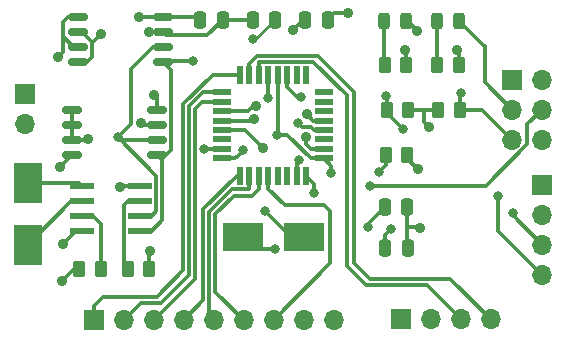
<source format=gtl>
%TF.GenerationSoftware,KiCad,Pcbnew,9.0.0*%
%TF.CreationDate,2025-06-05T18:29:18+05:30*%
%TF.ProjectId,MCU datalogger,4d435520-6461-4746-916c-6f676765722e,1*%
%TF.SameCoordinates,Original*%
%TF.FileFunction,Copper,L1,Top*%
%TF.FilePolarity,Positive*%
%FSLAX46Y46*%
G04 Gerber Fmt 4.6, Leading zero omitted, Abs format (unit mm)*
G04 Created by KiCad (PCBNEW 9.0.0) date 2025-06-05 18:29:18*
%MOMM*%
%LPD*%
G01*
G04 APERTURE LIST*
G04 Aperture macros list*
%AMRoundRect*
0 Rectangle with rounded corners*
0 $1 Rounding radius*
0 $2 $3 $4 $5 $6 $7 $8 $9 X,Y pos of 4 corners*
0 Add a 4 corners polygon primitive as box body*
4,1,4,$2,$3,$4,$5,$6,$7,$8,$9,$2,$3,0*
0 Add four circle primitives for the rounded corners*
1,1,$1+$1,$2,$3*
1,1,$1+$1,$4,$5*
1,1,$1+$1,$6,$7*
1,1,$1+$1,$8,$9*
0 Add four rect primitives between the rounded corners*
20,1,$1+$1,$2,$3,$4,$5,0*
20,1,$1+$1,$4,$5,$6,$7,0*
20,1,$1+$1,$6,$7,$8,$9,0*
20,1,$1+$1,$8,$9,$2,$3,0*%
G04 Aperture macros list end*
%TA.AperFunction,ComponentPad*%
%ADD10R,1.700000X1.700000*%
%TD*%
%TA.AperFunction,ComponentPad*%
%ADD11O,1.700000X1.700000*%
%TD*%
%TA.AperFunction,SMDPad,CuDef*%
%ADD12RoundRect,0.250000X0.262500X0.450000X-0.262500X0.450000X-0.262500X-0.450000X0.262500X-0.450000X0*%
%TD*%
%TA.AperFunction,SMDPad,CuDef*%
%ADD13RoundRect,0.243750X-0.243750X-0.456250X0.243750X-0.456250X0.243750X0.456250X-0.243750X0.456250X0*%
%TD*%
%TA.AperFunction,SMDPad,CuDef*%
%ADD14RoundRect,0.250000X-0.250000X-0.475000X0.250000X-0.475000X0.250000X0.475000X-0.250000X0.475000X0*%
%TD*%
%TA.AperFunction,SMDPad,CuDef*%
%ADD15R,3.500000X2.400000*%
%TD*%
%TA.AperFunction,SMDPad,CuDef*%
%ADD16RoundRect,0.162500X-0.650000X-0.162500X0.650000X-0.162500X0.650000X0.162500X-0.650000X0.162500X0*%
%TD*%
%TA.AperFunction,SMDPad,CuDef*%
%ADD17RoundRect,0.250000X-0.262500X-0.450000X0.262500X-0.450000X0.262500X0.450000X-0.262500X0.450000X0*%
%TD*%
%TA.AperFunction,SMDPad,CuDef*%
%ADD18R,2.400000X3.500000*%
%TD*%
%TA.AperFunction,SMDPad,CuDef*%
%ADD19RoundRect,0.250000X0.250000X0.475000X-0.250000X0.475000X-0.250000X-0.475000X0.250000X-0.475000X0*%
%TD*%
%TA.AperFunction,SMDPad,CuDef*%
%ADD20R,1.500000X0.550000*%
%TD*%
%TA.AperFunction,SMDPad,CuDef*%
%ADD21R,0.550000X1.500000*%
%TD*%
%TA.AperFunction,SMDPad,CuDef*%
%ADD22RoundRect,0.073750X-0.911250X-0.221250X0.911250X-0.221250X0.911250X0.221250X-0.911250X0.221250X0*%
%TD*%
%TA.AperFunction,ViaPad*%
%ADD23C,0.800000*%
%TD*%
%TA.AperFunction,ViaPad*%
%ADD24C,0.900000*%
%TD*%
%TA.AperFunction,Conductor*%
%ADD25C,0.300000*%
%TD*%
%TA.AperFunction,Conductor*%
%ADD26C,0.350000*%
%TD*%
%TA.AperFunction,Conductor*%
%ADD27C,0.250000*%
%TD*%
G04 APERTURE END LIST*
D10*
%TO.P,BT1,1,+*%
%TO.N,/Vcc*%
X65786000Y-94564200D03*
D11*
%TO.P,BT1,2,-*%
%TO.N,GND*%
X65786000Y-97104200D03*
%TD*%
D12*
%TO.P,R4,1*%
%TO.N,/Vcc*%
X98251000Y-95885000D03*
%TO.P,R4,2*%
%TO.N,/SDA*%
X96426000Y-95885000D03*
%TD*%
%TO.P,R3,1*%
%TO.N,/Vcc*%
X98171000Y-99695000D03*
%TO.P,R3,2*%
%TO.N,/SCK*%
X96346000Y-99695000D03*
%TD*%
D10*
%TO.P,J1,1,Pin_1*%
%TO.N,GND*%
X109601000Y-102235000D03*
D11*
%TO.P,J1,2,Pin_2*%
%TO.N,/Vcc*%
X109601000Y-104775000D03*
%TO.P,J1,3,Pin_3*%
%TO.N,/SDA*%
X109601000Y-107315000D03*
%TO.P,J1,4,Pin_4*%
%TO.N,/SCK*%
X109601000Y-109855000D03*
%TD*%
D10*
%TO.P,J4,1,Pin_1*%
%TO.N,/MISO*%
X107061000Y-93345000D03*
D11*
%TO.P,J4,2,Pin_2*%
%TO.N,/Vcc*%
X109601000Y-93345000D03*
%TO.P,J4,3,Pin_3*%
%TO.N,/SCK*%
X107061000Y-95885000D03*
%TO.P,J4,4,Pin_4*%
%TO.N,/MOSI*%
X109601000Y-95885000D03*
%TO.P,J4,5,Pin_5*%
%TO.N,/RESET*%
X107061000Y-98425000D03*
%TO.P,J4,6,Pin_6*%
%TO.N,GND*%
X109601000Y-98425000D03*
%TD*%
D13*
%TO.P,D2,1,K*%
%TO.N,Net-(D2-K)*%
X96169000Y-88392000D03*
%TO.P,D2,2,A*%
%TO.N,/Vcc*%
X98044000Y-88392000D03*
%TD*%
D14*
%TO.P,C1,1*%
%TO.N,/Vcc*%
X80650000Y-88265000D03*
%TO.P,C1,2*%
%TO.N,GND*%
X82550000Y-88265000D03*
%TD*%
D15*
%TO.P,Y1,1,1*%
%TO.N,Net-(U4-PB7)*%
X89468000Y-106680000D03*
%TO.P,Y1,2,2*%
%TO.N,Net-(U4-PB6)*%
X84268000Y-106680000D03*
%TD*%
D12*
%TO.P,R5,1*%
%TO.N,GND*%
X102542500Y-92120000D03*
%TO.P,R5,2*%
%TO.N,Net-(D1-K)*%
X100717500Y-92120000D03*
%TD*%
D13*
%TO.P,D1,1,K*%
%TO.N,Net-(D1-K)*%
X100662500Y-88392000D03*
%TO.P,D1,2,A*%
%TO.N,/SCK*%
X102537500Y-88392000D03*
%TD*%
D10*
%TO.P,J2,1,Pin_1*%
%TO.N,GND*%
X97647600Y-113639600D03*
D11*
%TO.P,J2,2,Pin_2*%
%TO.N,/Vcc*%
X100187600Y-113639600D03*
%TO.P,J2,3,Pin_3*%
%TO.N,/RX*%
X102727600Y-113639600D03*
%TO.P,J2,4,Pin_4*%
%TO.N,/TX*%
X105267600Y-113639600D03*
%TD*%
D14*
%TO.P,C3,1*%
%TO.N,GND*%
X85090000Y-88265000D03*
%TO.P,C3,2*%
%TO.N,Net-(U4-PB7)*%
X86990000Y-88265000D03*
%TD*%
%TO.P,C5,1*%
%TO.N,/Vcc*%
X89540000Y-88265000D03*
%TO.P,C5,2*%
%TO.N,GND*%
X91440000Y-88265000D03*
%TD*%
D16*
%TO.P,U1,1,A0*%
%TO.N,/Vcc*%
X69780597Y-95885000D03*
%TO.P,U1,2,A1*%
X69780597Y-97155000D03*
%TO.P,U1,3,A2*%
X69780597Y-98425000D03*
%TO.P,U1,4,GND*%
%TO.N,GND*%
X69780597Y-99695000D03*
%TO.P,U1,5,SDA*%
%TO.N,/SDA*%
X76955597Y-99695000D03*
%TO.P,U1,6,SCL*%
%TO.N,/SCK*%
X76955597Y-98425000D03*
%TO.P,U1,7,WP*%
%TO.N,GND*%
X76955597Y-97155000D03*
%TO.P,U1,8,VCC*%
%TO.N,/Vcc*%
X76955597Y-95885000D03*
%TD*%
D17*
%TO.P,R7,1*%
%TO.N,Net-(D2-K)*%
X96266000Y-92075000D03*
%TO.P,R7,2*%
%TO.N,GND*%
X98091000Y-92075000D03*
%TD*%
D18*
%TO.P,Y2,1,1*%
%TO.N,Net-(U3-X2)*%
X66040000Y-107308000D03*
%TO.P,Y2,2,2*%
%TO.N,Net-(U3-X1)*%
X66040000Y-102108000D03*
%TD*%
D16*
%TO.P,U2,1,A0*%
%TO.N,/Vcc*%
X70288597Y-88011000D03*
%TO.P,U2,2,A1*%
%TO.N,GND*%
X70288597Y-89281000D03*
%TO.P,U2,3,A2*%
%TO.N,/Vcc*%
X70288597Y-90551000D03*
%TO.P,U2,4,GND*%
%TO.N,GND*%
X70288597Y-91821000D03*
%TO.P,U2,5,SDA*%
%TO.N,/SDA*%
X77463597Y-91821000D03*
%TO.P,U2,6,SCL*%
%TO.N,/SCK*%
X77463597Y-90551000D03*
%TO.P,U2,7,WP*%
%TO.N,GND*%
X77463597Y-89281000D03*
%TO.P,U2,8,VCC*%
%TO.N,/Vcc*%
X77463597Y-88011000D03*
%TD*%
D12*
%TO.P,R2,1*%
%TO.N,/Vcc*%
X76334000Y-109410500D03*
%TO.P,R2,2*%
%TO.N,Net-(U3-SQW{slash}~INT)*%
X74509000Y-109410500D03*
%TD*%
D10*
%TO.P,J3,1,Pin_1*%
%TO.N,/D2*%
X71628000Y-113690400D03*
D11*
%TO.P,J3,2,Pin_2*%
%TO.N,/D3*%
X74168000Y-113690400D03*
%TO.P,J3,3,Pin_3*%
%TO.N,/D4*%
X76708000Y-113690400D03*
%TO.P,J3,4,Pin_4*%
%TO.N,/D5*%
X79248000Y-113690400D03*
%TO.P,J3,5,Pin_5*%
%TO.N,/D6*%
X81788000Y-113690400D03*
%TO.P,J3,6,Pin_6*%
%TO.N,/D7*%
X84328000Y-113690400D03*
%TO.P,J3,7,Pin_7*%
%TO.N,/D8*%
X86868000Y-113690400D03*
%TO.P,J3,8,Pin_8*%
%TO.N,GND*%
X89408000Y-113690400D03*
%TO.P,J3,9,Pin_9*%
%TO.N,/Vcc*%
X91948000Y-113690400D03*
%TD*%
D19*
%TO.P,C4,1*%
%TO.N,GND*%
X98232000Y-107594400D03*
%TO.P,C4,2*%
%TO.N,Net-(U4-AREF)*%
X96332000Y-107594400D03*
%TD*%
D20*
%TO.P,U4,1,PD3*%
%TO.N,/D3*%
X82514000Y-94416371D03*
%TO.P,U4,2,PD4*%
%TO.N,/D4*%
X82514000Y-95216371D03*
%TO.P,U4,3,GND*%
%TO.N,GND*%
X82514000Y-96016371D03*
%TO.P,U4,4,VCC*%
%TO.N,/Vcc*%
X82514000Y-96816371D03*
%TO.P,U4,5,GND*%
%TO.N,GND*%
X82514000Y-97616371D03*
%TO.P,U4,6,VCC*%
%TO.N,unconnected-(U4-VCC-Pad6)*%
X82514000Y-98416371D03*
%TO.P,U4,7,PB6*%
%TO.N,Net-(U4-PB6)*%
X82514000Y-99216371D03*
%TO.P,U4,8,PB7*%
%TO.N,Net-(U4-PB7)*%
X82514000Y-100016371D03*
D21*
%TO.P,U4,9,PD5*%
%TO.N,/D5*%
X84014000Y-101516371D03*
%TO.P,U4,10,PD6*%
%TO.N,/D6*%
X84814000Y-101516371D03*
%TO.P,U4,11,PD7*%
%TO.N,/D7*%
X85614000Y-101516371D03*
%TO.P,U4,12,PB0*%
%TO.N,/D8*%
X86414000Y-101516371D03*
%TO.P,U4,13,PB1*%
%TO.N,unconnected-(U4-PB1-Pad13)*%
X87214000Y-101516371D03*
%TO.P,U4,14,PB2*%
%TO.N,unconnected-(U4-PB2-Pad14)*%
X88014000Y-101516371D03*
%TO.P,U4,15,PB3*%
%TO.N,/MOSI*%
X88814000Y-101516371D03*
%TO.P,U4,16,PB4*%
%TO.N,/MISO*%
X89614000Y-101516371D03*
D20*
%TO.P,U4,17,PB5*%
%TO.N,/SCK*%
X91114000Y-100016371D03*
%TO.P,U4,18,AVCC*%
%TO.N,/Vcc*%
X91114000Y-99216371D03*
%TO.P,U4,19,ADC6*%
%TO.N,unconnected-(U4-ADC6-Pad19)*%
X91114000Y-98416371D03*
%TO.P,U4,20,AREF*%
%TO.N,Net-(U4-AREF)*%
X91114000Y-97616371D03*
%TO.P,U4,21,GND*%
%TO.N,GND*%
X91114000Y-96816371D03*
%TO.P,U4,22,ADC7*%
%TO.N,unconnected-(U4-ADC7-Pad22)*%
X91114000Y-96016371D03*
%TO.P,U4,23,PC0*%
%TO.N,unconnected-(U4-PC0-Pad23)*%
X91114000Y-95216371D03*
%TO.P,U4,24,PC1*%
%TO.N,unconnected-(U4-PC1-Pad24)*%
X91114000Y-94416371D03*
D21*
%TO.P,U4,25,PC2*%
%TO.N,unconnected-(U4-PC2-Pad25)*%
X89614000Y-92916371D03*
%TO.P,U4,26,PC3*%
%TO.N,unconnected-(U4-PC3-Pad26)*%
X88814000Y-92916371D03*
%TO.P,U4,27,PC4*%
%TO.N,/SDA*%
X88014000Y-92916371D03*
%TO.P,U4,28,PC5*%
%TO.N,/SCK*%
X87214000Y-92916371D03*
%TO.P,U4,29,PC6/~{RESET}*%
%TO.N,/RESET*%
X86414000Y-92916371D03*
%TO.P,U4,30,PD0*%
%TO.N,/RX*%
X85614000Y-92916371D03*
%TO.P,U4,31,PD1*%
%TO.N,/TX*%
X84814000Y-92916371D03*
%TO.P,U4,32,PD2*%
%TO.N,/D2*%
X84014000Y-92916371D03*
%TD*%
D22*
%TO.P,U3,1,X1*%
%TO.N,Net-(U3-X1)*%
X70612000Y-102362000D03*
%TO.P,U3,2,X2*%
%TO.N,Net-(U3-X2)*%
X70612000Y-103632000D03*
%TO.P,U3,3,~{INTA}*%
%TO.N,Net-(U3-~{INTA})*%
X70612000Y-104902000D03*
%TO.P,U3,4,GND*%
%TO.N,GND*%
X70612000Y-106172000D03*
%TO.P,U3,5,SDA*%
%TO.N,/SDA*%
X75562000Y-106172000D03*
%TO.P,U3,6,SCL*%
%TO.N,/SCK*%
X75562000Y-104902000D03*
%TO.P,U3,7,SQW/~INT*%
%TO.N,Net-(U3-SQW{slash}~INT)*%
X75562000Y-103632000D03*
%TO.P,U3,8,VCC*%
%TO.N,/Vcc*%
X75562000Y-102362000D03*
%TD*%
D12*
%TO.P,R1,1*%
%TO.N,Net-(U3-~{INTA})*%
X72246500Y-109410500D03*
%TO.P,R1,2*%
%TO.N,/Vcc*%
X70421500Y-109410500D03*
%TD*%
D17*
%TO.P,R6,1*%
%TO.N,/Vcc*%
X100791000Y-95885000D03*
%TO.P,R6,2*%
%TO.N,/RESET*%
X102616000Y-95885000D03*
%TD*%
D19*
%TO.P,C2,1*%
%TO.N,GND*%
X98166000Y-104140000D03*
%TO.P,C2,2*%
%TO.N,Net-(U4-PB6)*%
X96266000Y-104140000D03*
%TD*%
D23*
%TO.N,/SDA*%
X80080000Y-91810000D03*
%TO.N,/MISO*%
X90290000Y-102940000D03*
D24*
%TO.N,GND*%
X93180000Y-87710000D03*
X85960000Y-99100000D03*
X85373828Y-95567811D03*
X99300000Y-105880000D03*
X75670000Y-97050000D03*
X102350000Y-90860000D03*
X72240000Y-89450000D03*
X69000000Y-107300000D03*
X76320000Y-89290000D03*
X89663998Y-96250000D03*
X68770000Y-100730000D03*
X98010000Y-90860000D03*
%TO.N,/Vcc*%
X71120000Y-98400000D03*
X99050000Y-100920000D03*
X75430000Y-88020000D03*
X88500000Y-89140000D03*
X100060000Y-97340000D03*
X85240000Y-96710000D03*
X89568402Y-98245228D03*
X68640000Y-91390000D03*
X99030000Y-89200000D03*
X76700000Y-94650000D03*
X68920000Y-110430000D03*
X73820000Y-102400000D03*
X76390000Y-107820000D03*
D23*
%TO.N,Net-(U4-PB6)*%
X80970000Y-99200000D03*
X94850000Y-105850000D03*
X86960000Y-107690000D03*
%TO.N,Net-(U4-PB7)*%
X84290185Y-99290185D03*
X85150000Y-89940000D03*
X86130000Y-104490000D03*
%TO.N,Net-(U4-AREF)*%
X96840000Y-105990000D03*
X88888151Y-97029787D03*
%TO.N,/SCK*%
X87150000Y-98010000D03*
X91720000Y-101250000D03*
X73660000Y-98190000D03*
X95750000Y-101200000D03*
X105900000Y-103200000D03*
%TO.N,/SDA*%
X107100000Y-104680000D03*
X97790000Y-97530000D03*
X96354716Y-94770000D03*
X89180000Y-94810000D03*
%TO.N,/RESET*%
X86400000Y-94880000D03*
X102730000Y-94520000D03*
%TO.N,/MOSI*%
X88973730Y-100120644D03*
X94990000Y-102320000D03*
%TD*%
D25*
%TO.N,/SDA*%
X77474597Y-91810000D02*
X77463597Y-91821000D01*
X80080000Y-91810000D02*
X77474597Y-91810000D01*
%TO.N,/MISO*%
X90290000Y-102940000D02*
X90290000Y-102192371D01*
X90290000Y-102192371D02*
X89614000Y-101516371D01*
D26*
%TO.N,GND*%
X77788596Y-89605999D02*
X81209001Y-89605999D01*
X98166000Y-105850000D02*
X99270000Y-105850000D01*
X75775000Y-97155000D02*
X75670000Y-97050000D01*
X71527097Y-90140232D02*
X71527097Y-91394999D01*
X98091000Y-92075000D02*
X98091000Y-90941000D01*
X77463597Y-89281000D02*
X76329000Y-89281000D01*
X90230369Y-96816371D02*
X89663998Y-96250000D01*
X70612000Y-106172000D02*
X70128000Y-106172000D01*
X84476371Y-97616371D02*
X85960000Y-99100000D01*
X98091000Y-90941000D02*
X98010000Y-90860000D01*
X82514000Y-97616371D02*
X84476371Y-97616371D01*
X99270000Y-105850000D02*
X99300000Y-105880000D01*
X98166000Y-107528400D02*
X98232000Y-107594400D01*
X84696192Y-96016371D02*
X85144752Y-95567811D01*
X77463597Y-89281000D02*
X77788596Y-89605999D01*
X72240000Y-89510000D02*
X72240000Y-89450000D01*
X98166000Y-105850000D02*
X98166000Y-107528400D01*
X102542500Y-91052500D02*
X102350000Y-90860000D01*
X76955597Y-97155000D02*
X75775000Y-97155000D01*
X71527097Y-90140232D02*
X71609768Y-90140232D01*
X70288597Y-89281000D02*
X70667865Y-89281000D01*
X102542500Y-92120000D02*
X102542500Y-91052500D01*
X71101096Y-91821000D02*
X70288597Y-91821000D01*
X71527097Y-91394999D02*
X71101096Y-91821000D01*
X69780597Y-99695000D02*
X69780597Y-99719403D01*
X82550000Y-88265000D02*
X85090000Y-88265000D01*
X76329000Y-89281000D02*
X76320000Y-89290000D01*
X82514000Y-96016371D02*
X84696192Y-96016371D01*
X98166000Y-104140000D02*
X98166000Y-105850000D01*
X70128000Y-106172000D02*
X69000000Y-107300000D01*
X91995000Y-87710000D02*
X93180000Y-87710000D01*
X71609768Y-90140232D02*
X72240000Y-89510000D01*
X91114000Y-96816371D02*
X90230369Y-96816371D01*
X69780597Y-99719403D02*
X68770000Y-100730000D01*
X85144752Y-95567811D02*
X85373828Y-95567811D01*
X81209001Y-89605999D02*
X82550000Y-88265000D01*
X70667865Y-89281000D02*
X71527097Y-90140232D01*
X91440000Y-88265000D02*
X91995000Y-87710000D01*
%TO.N,/Vcc*%
X75439000Y-88011000D02*
X75430000Y-88020000D01*
X82514000Y-96816371D02*
X85133629Y-96816371D01*
X80396000Y-88011000D02*
X80650000Y-88265000D01*
X75562000Y-102362000D02*
X73858000Y-102362000D01*
X69780597Y-95885000D02*
X69780597Y-98425000D01*
X76334000Y-109410500D02*
X76334000Y-107876000D01*
X76955597Y-95885000D02*
X76955597Y-94905597D01*
X76955597Y-94905597D02*
X76700000Y-94650000D01*
X69050097Y-89100000D02*
X69050097Y-90979903D01*
X73858000Y-102362000D02*
X73820000Y-102400000D01*
X98222000Y-88392000D02*
X99030000Y-89200000D01*
X99640000Y-95885000D02*
X100791000Y-95885000D01*
X91114000Y-99216371D02*
X90014000Y-99216371D01*
X69476098Y-88011000D02*
X70288597Y-88011000D01*
X89540000Y-88265000D02*
X89375000Y-88265000D01*
X69050097Y-88437001D02*
X69476098Y-88011000D01*
X69780597Y-98425000D02*
X71095000Y-98425000D01*
X99640000Y-95885000D02*
X99640000Y-96920000D01*
X70288597Y-90551000D02*
X69909329Y-90551000D01*
X69050097Y-90979903D02*
X68640000Y-91390000D01*
X90014000Y-99216371D02*
X89568402Y-98770773D01*
X71095000Y-98425000D02*
X71120000Y-98400000D01*
X98171000Y-100041000D02*
X99050000Y-100920000D01*
X69909329Y-90551000D02*
X69050097Y-89691768D01*
X98044000Y-88392000D02*
X98222000Y-88392000D01*
X98171000Y-99695000D02*
X98171000Y-100041000D01*
X85133629Y-96816371D02*
X85240000Y-96710000D01*
X98251000Y-95885000D02*
X99640000Y-95885000D01*
X69050097Y-89100000D02*
X69050097Y-88437001D01*
X69050097Y-89691768D02*
X69050097Y-89100000D01*
X77463597Y-88011000D02*
X75439000Y-88011000D01*
X99640000Y-96920000D02*
X100060000Y-97340000D01*
X89375000Y-88265000D02*
X88500000Y-89140000D01*
X89568402Y-98770773D02*
X89568402Y-98245228D01*
X76334000Y-107876000D02*
X76390000Y-107820000D01*
X70421500Y-109410500D02*
X69939500Y-109410500D01*
X69939500Y-109410500D02*
X68920000Y-110430000D01*
X77463597Y-88011000D02*
X80396000Y-88011000D01*
D25*
%TO.N,Net-(U4-PB6)*%
X84268000Y-106680000D02*
X85278000Y-107690000D01*
X82514000Y-99216371D02*
X80986371Y-99216371D01*
X94850000Y-105556000D02*
X96266000Y-104140000D01*
X85278000Y-107690000D02*
X86960000Y-107690000D01*
X80986371Y-99216371D02*
X80970000Y-99200000D01*
X94850000Y-105850000D02*
X94850000Y-105556000D01*
D27*
%TO.N,Net-(U4-PB7)*%
X85315000Y-89940000D02*
X86990000Y-88265000D01*
X84290185Y-99290185D02*
X84360000Y-99220371D01*
D25*
X83564000Y-100016371D02*
X83665000Y-99915371D01*
D27*
X85150000Y-89940000D02*
X85315000Y-89940000D01*
D25*
X89468000Y-106680000D02*
X88320000Y-106680000D01*
X82514000Y-100016371D02*
X83564000Y-100016371D01*
X88320000Y-106680000D02*
X86130000Y-104490000D01*
D27*
X83665000Y-99915371D02*
X84290185Y-99290185D01*
D25*
%TO.N,Net-(U4-AREF)*%
X90263199Y-97616371D02*
X90038199Y-97391371D01*
X96332000Y-106498000D02*
X96840000Y-105990000D01*
X90038199Y-97391371D02*
X89249735Y-97391371D01*
X96332000Y-107594400D02*
X96332000Y-106498000D01*
X89249735Y-97391371D02*
X88888151Y-97029787D01*
X91114000Y-97616371D02*
X90263199Y-97616371D01*
%TO.N,Net-(D1-K)*%
X100662500Y-92065000D02*
X100717500Y-92120000D01*
X100662500Y-88392000D02*
X100662500Y-92065000D01*
%TO.N,/SCK*%
X104740000Y-90520000D02*
X104740000Y-93564000D01*
X76651098Y-90551000D02*
X74760000Y-92442098D01*
X96346000Y-99695000D02*
X96346000Y-100604000D01*
X87214000Y-97946000D02*
X87150000Y-98010000D01*
X76948000Y-101478000D02*
X73660000Y-98190000D01*
X74760000Y-97090000D02*
X73660000Y-98190000D01*
X87994457Y-98010000D02*
X87150000Y-98010000D01*
X77463597Y-90551000D02*
X76651098Y-90551000D01*
X96346000Y-100604000D02*
X95750000Y-101200000D01*
X104665500Y-90520000D02*
X104740000Y-90520000D01*
X102537500Y-88392000D02*
X104665500Y-90520000D01*
X91114000Y-100016371D02*
X90000828Y-100016371D01*
X109601000Y-109855000D02*
X105900000Y-106154000D01*
X91720000Y-101250000D02*
X91720000Y-100622371D01*
X76955597Y-98425000D02*
X73895000Y-98425000D01*
X90000828Y-100016371D02*
X87994457Y-98010000D01*
X104740000Y-93564000D02*
X107061000Y-95885000D01*
X87214000Y-92916371D02*
X87214000Y-97946000D01*
X76948000Y-104501000D02*
X76948000Y-101478000D01*
X105900000Y-106154000D02*
X105900000Y-103200000D01*
X73895000Y-98425000D02*
X73660000Y-98190000D01*
X91720000Y-100622371D02*
X91114000Y-100016371D01*
X76547000Y-104902000D02*
X76948000Y-104501000D01*
X74760000Y-92442098D02*
X74760000Y-97090000D01*
X75562000Y-104902000D02*
X76547000Y-104902000D01*
%TO.N,Net-(D2-K)*%
X96169000Y-91978000D02*
X96266000Y-92075000D01*
X96169000Y-88392000D02*
X96169000Y-91978000D01*
%TO.N,/SDA*%
X77768096Y-99695000D02*
X78169097Y-99293999D01*
X96426000Y-94841284D02*
X96354716Y-94770000D01*
X77448000Y-100187403D02*
X76955597Y-99695000D01*
X109601000Y-107315000D02*
X107100000Y-104814000D01*
X107100000Y-104814000D02*
X107100000Y-104680000D01*
X76547000Y-106172000D02*
X77448000Y-105271000D01*
X78169097Y-99293999D02*
X78169097Y-92526500D01*
X96426000Y-96166000D02*
X97790000Y-97530000D01*
X75562000Y-106172000D02*
X76547000Y-106172000D01*
X96426000Y-95885000D02*
X96426000Y-94841284D01*
X77448000Y-105271000D02*
X77448000Y-100187403D01*
X88014000Y-93966371D02*
X88857629Y-94810000D01*
X76955597Y-99695000D02*
X77768096Y-99695000D01*
X88857629Y-94810000D02*
X89180000Y-94810000D01*
X88014000Y-92916371D02*
X88014000Y-93966371D01*
X78169097Y-92526500D02*
X77463597Y-91821000D01*
X96426000Y-95885000D02*
X96426000Y-96166000D01*
%TO.N,/TX*%
X93700000Y-108880000D02*
X93700000Y-94430000D01*
X95020000Y-110200000D02*
X93700000Y-108880000D01*
X85490000Y-91313371D02*
X84814000Y-91989371D01*
X84814000Y-91989371D02*
X84814000Y-92916371D01*
X101828000Y-110200000D02*
X95020000Y-110200000D01*
X90583371Y-91313371D02*
X85490000Y-91313371D01*
X105267600Y-113639600D02*
X101828000Y-110200000D01*
X93700000Y-94430000D02*
X90583371Y-91313371D01*
%TO.N,/RX*%
X85697106Y-91813371D02*
X85614000Y-91896477D01*
X93100000Y-94675371D02*
X90238000Y-91813371D01*
X94710000Y-110740000D02*
X93100000Y-109130000D01*
X93100000Y-109130000D02*
X93100000Y-94675371D01*
X102727600Y-113639600D02*
X99828000Y-110740000D01*
X85614000Y-91896477D02*
X85614000Y-92916371D01*
X90238000Y-91813371D02*
X85697106Y-91813371D01*
X99828000Y-110740000D02*
X94710000Y-110740000D01*
%TO.N,/D2*%
X71628000Y-113690400D02*
X71628000Y-112540400D01*
X81699416Y-92916371D02*
X84014000Y-92916371D01*
X71628000Y-112540400D02*
X72401726Y-111766674D01*
X75384619Y-111766674D02*
X75401294Y-111750000D01*
X75401294Y-111750000D02*
X76950000Y-111750000D01*
X72401726Y-111766674D02*
X75384619Y-111766674D01*
X76950000Y-111750000D02*
X79209000Y-109491000D01*
X79209000Y-95406787D02*
X81699416Y-92916371D01*
X79209000Y-109491000D02*
X79209000Y-95406787D01*
%TO.N,/D4*%
X80210000Y-110188400D02*
X76708000Y-113690400D01*
X82514000Y-95216371D02*
X80813629Y-95216371D01*
X80210000Y-95820000D02*
X80210000Y-110188400D01*
X80813629Y-95216371D02*
X80210000Y-95820000D01*
%TO.N,/D3*%
X75608400Y-112250000D02*
X74168000Y-113690400D01*
X77331480Y-112250000D02*
X75608400Y-112250000D01*
X79710000Y-95612894D02*
X79710000Y-109871480D01*
X80906523Y-94416371D02*
X79710000Y-95612894D01*
X82514000Y-94416371D02*
X80906523Y-94416371D01*
X79710000Y-109871480D02*
X77331480Y-112250000D01*
%TO.N,/D5*%
X84014000Y-101516371D02*
X83723629Y-101516371D01*
X80900000Y-104340000D02*
X80900000Y-112038400D01*
X80900000Y-112038400D02*
X79248000Y-113690400D01*
X83723629Y-101516371D02*
X80900000Y-104340000D01*
%TO.N,/D6*%
X84814000Y-101516371D02*
X84814000Y-102566371D01*
X84763000Y-102617371D02*
X83329735Y-102617371D01*
X83329735Y-102617371D02*
X81400000Y-104547106D01*
X81400000Y-113302400D02*
X81788000Y-113690400D01*
X81400000Y-104547106D02*
X81400000Y-113302400D01*
X84814000Y-102566371D02*
X84763000Y-102617371D01*
%TO.N,/D7*%
X85000371Y-103180000D02*
X85614000Y-102566371D01*
X81940000Y-104714212D02*
X83474212Y-103180000D01*
X84328000Y-113690400D02*
X81940000Y-111302400D01*
X85614000Y-102566371D02*
X85614000Y-101516371D01*
X83474212Y-103180000D02*
X85000371Y-103180000D01*
X81940000Y-111302400D02*
X81940000Y-104714212D01*
%TO.N,/D8*%
X87827629Y-103980000D02*
X86414000Y-102566371D01*
X86868000Y-113690400D02*
X91660000Y-108898400D01*
X91160000Y-103980000D02*
X87827629Y-103980000D01*
X91660000Y-104480000D02*
X91160000Y-103980000D01*
X91660000Y-108898400D02*
X91660000Y-104480000D01*
X86414000Y-102566371D02*
X86414000Y-101516371D01*
%TO.N,/RESET*%
X86414000Y-94866000D02*
X86400000Y-94880000D01*
X102616000Y-95885000D02*
X104521000Y-95885000D01*
X102616000Y-95885000D02*
X102616000Y-94634000D01*
X102616000Y-94634000D02*
X102730000Y-94520000D01*
X104521000Y-95885000D02*
X107061000Y-98425000D01*
X86414000Y-92916371D02*
X86414000Y-94866000D01*
%TO.N,/MOSI*%
X104864471Y-102320000D02*
X94990000Y-102320000D01*
X88814000Y-100280374D02*
X88973730Y-100120644D01*
X108350000Y-98834471D02*
X104864471Y-102320000D01*
X108350000Y-97136000D02*
X108350000Y-98834471D01*
X88814000Y-101516371D02*
X88814000Y-100280374D01*
X109601000Y-95885000D02*
X108350000Y-97136000D01*
%TO.N,Net-(U3-~{INTA})*%
X72246500Y-105551500D02*
X71597000Y-104902000D01*
X72246500Y-109410500D02*
X72246500Y-105551500D01*
X71597000Y-104902000D02*
X70612000Y-104902000D01*
%TO.N,Net-(U3-SQW{slash}~INT)*%
X74226000Y-109127500D02*
X74226000Y-103983000D01*
X74226000Y-103983000D02*
X74577000Y-103632000D01*
X74509000Y-109410500D02*
X74226000Y-109127500D01*
X74577000Y-103632000D02*
X75562000Y-103632000D01*
%TO.N,Net-(U3-X1)*%
X66040000Y-102108000D02*
X70358000Y-102108000D01*
X70358000Y-102108000D02*
X70612000Y-102362000D01*
%TO.N,Net-(U3-X2)*%
X66040000Y-107308000D02*
X69716000Y-103632000D01*
X69716000Y-103632000D02*
X70612000Y-103632000D01*
%TD*%
M02*

</source>
